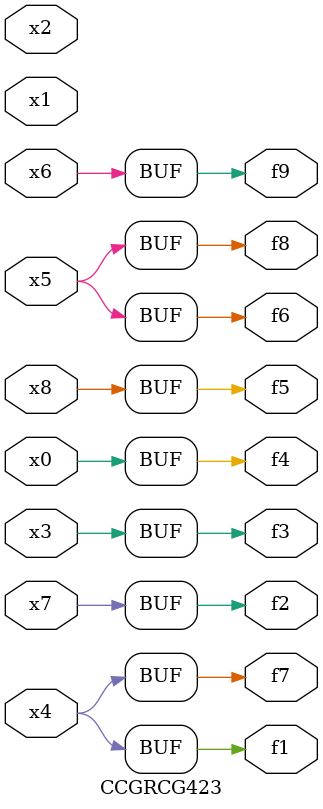
<source format=v>
module CCGRCG423(
	input x0, x1, x2, x3, x4, x5, x6, x7, x8,
	output f1, f2, f3, f4, f5, f6, f7, f8, f9
);
	assign f1 = x4;
	assign f2 = x7;
	assign f3 = x3;
	assign f4 = x0;
	assign f5 = x8;
	assign f6 = x5;
	assign f7 = x4;
	assign f8 = x5;
	assign f9 = x6;
endmodule

</source>
